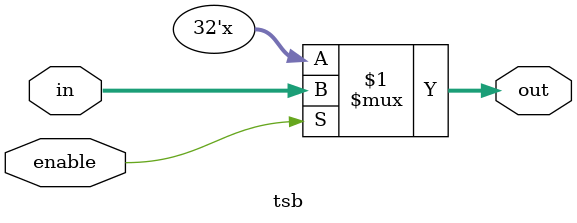
<source format=v>
module tsb(in, enable, out);
	input [31:0] in;
	input enable;
	output [31:0] out;
	wire [31:0] in, out;
	wire enable;
	assign out = (enable) ? in : 32'bz;
endmodule
</source>
